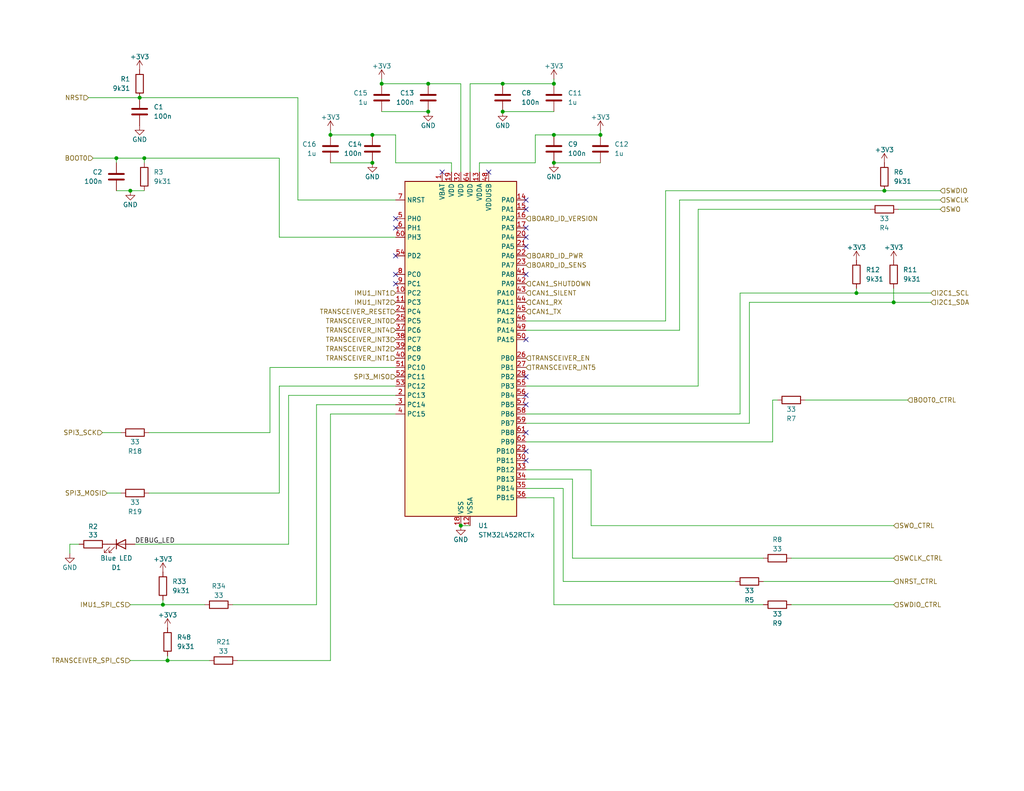
<source format=kicad_sch>
(kicad_sch (version 20231120) (generator "eeschema") (generator_version "8.0")
  (paper "USLetter")
  (title_block (title "Comms Board") (date "2025-02-12") (rev "${PCB_VERSION}") (company "TVSC"))
  (lib_symbols
    (symbol "Device:C" (pin_numbers hide) (pin_names (offset 0.254))
      (property "Reference" "C" (at 0.635 2.54 0))
      (property "Value" "C" (at 0.635 -2.54 0))
      (symbol "C_0_1"
        (polyline (pts (xy -2.032 -0.762) (xy 2.032 -0.762)) (stroke (width 0.508)))
        (polyline (pts (xy -2.032 0.762) (xy 2.032 0.762)) (stroke (width 0.508)))
      )
      (symbol "C_1_1"
        (pin passive line (at 0 3.81 270) (length 2.794) (name "~") (number "1"))
        (pin passive line (at 0 -3.81 90) (length 2.794) (name "~") (number "2"))
      )
    )
    (symbol "Device:LED" (pin_numbers hide) (pin_names (offset 1.016) hide)
      (property "Reference" "D" (at 0 2.54 0))
      (property "Value" "LED" (at 0 -2.54 0))
      (symbol "LED_0_1"
        (polyline (pts (xy -1.27 -1.27) (xy -1.27 1.27)) (stroke (width 0.254)))
        (polyline (pts (xy -1.27 0) (xy 1.27 0)))
        (polyline (pts (xy 1.27 -1.27) (xy 1.27 1.27) (xy -1.27 0) (xy 1.27 -1.27)) (stroke (width 0.254)))
        (polyline (pts (xy -3.048 -0.762) (xy -4.572 -2.286) (xy -3.81 -2.286) (xy -4.572 -2.286) (xy -4.572 -1.524)))
        (polyline (pts (xy -1.778 -0.762) (xy -3.302 -2.286) (xy -2.54 -2.286) (xy -3.302 -2.286) (xy -3.302 -1.524)))
      )
      (symbol "LED_1_1"
        (pin passive line (at -3.81 0 0) (length 2.54) (name "K") (number "1"))
        (pin passive line (at 3.81 0 180) (length 2.54) (name "A") (number "2"))
      )
    )
    (symbol "Device:R" (pin_numbers hide) (pin_names (offset 0))
      (property "Reference" "R" (at 2.032 0 90))
      (property "Value" "R" (at 0 0 90))
      (symbol "R_0_1"
        (rectangle (start -1.016 -2.54) (end 1.016 2.54) (stroke (width 0.254)))
      )
      (symbol "R_1_1"
        (pin passive line (at 0 3.81 270) (length 1.27) (name "~") (number "1"))
        (pin passive line (at 0 -3.81 90) (length 1.27) (name "~") (number "2"))
      )
    )
    (symbol "MCU_ST_STM32L4:STM32L452RCTx"
      (property "Reference" "U" (at -15.24 46.99 0))
      (property "Value" "STM32L452RCTx" (at 10.16 46.99 0))
      (symbol "STM32L452RCTx_0_1"
        (rectangle (start -15.24 -45.72) (end 15.24 45.72) (stroke (width 0.254)) (fill (type background)))
      )
      (symbol "STM32L452RCTx_1_1"
        (pin power_in line (at -5.08 48.26 270) (length 2.54) (name "VBAT") (number "1"))
        (pin bidirectional line (at -17.78 15.24 0) (length 2.54) (name "PC2") (number "10"))
        (pin bidirectional line (at -17.78 12.7 0) (length 2.54) (name "PC3") (number "11"))
        (pin power_in line (at 2.54 -48.26 90) (length 2.54) (name "VSSA") (number "12"))
        (pin power_in line (at 5.08 48.26 270) (length 2.54) (name "VDDA") (number "13"))
        (pin bidirectional line (at 17.78 40.64 180) (length 2.54) (name "PA0") (number "14"))
        (pin bidirectional line (at 17.78 38.1 180) (length 2.54) (name "PA1") (number "15"))
        (pin bidirectional line (at 17.78 35.56 180) (length 2.54) (name "PA2") (number "16"))
        (pin bidirectional line (at 17.78 33.02 180) (length 2.54) (name "PA3") (number "17"))
        (pin power_in line (at 0 -48.26 90) (length 2.54) (name "VSS") (number "18"))
        (pin power_in line (at -2.54 48.26 270) (length 2.54) (name "VDD") (number "19"))
        (pin bidirectional line (at -17.78 -12.7 0) (length 2.54) (name "PC13") (number "2"))
        (pin bidirectional line (at 17.78 30.48 180) (length 2.54) (name "PA4") (number "20"))
        (pin bidirectional line (at 17.78 27.94 180) (length 2.54) (name "PA5") (number "21"))
        (pin bidirectional line (at 17.78 25.4 180) (length 2.54) (name "PA6") (number "22"))
        (pin bidirectional line (at 17.78 22.86 180) (length 2.54) (name "PA7") (number "23"))
        (pin bidirectional line (at -17.78 10.16 0) (length 2.54) (name "PC4") (number "24"))
        (pin bidirectional line (at -17.78 7.62 0) (length 2.54) (name "PC5") (number "25"))
        (pin bidirectional line (at 17.78 -2.54 180) (length 2.54) (name "PB0") (number "26"))
        (pin bidirectional line (at 17.78 -5.08 180) (length 2.54) (name "PB1") (number "27"))
        (pin bidirectional line (at 17.78 -7.62 180) (length 2.54) (name "PB2") (number "28"))
        (pin bidirectional line (at 17.78 -27.94 180) (length 2.54) (name "PB10") (number "29"))
        (pin bidirectional line (at -17.78 -15.24 0) (length 2.54) (name "PC14") (number "3"))
        (pin bidirectional line (at 17.78 -30.48 180) (length 2.54) (name "PB11") (number "30"))
        (pin passive line (at 0 -48.26 90) (length 2.54) hide (name "VSS") (number "31"))
        (pin power_in line (at 0 48.26 270) (length 2.54) (name "VDD") (number "32"))
        (pin bidirectional line (at 17.78 -33.02 180) (length 2.54) (name "PB12") (number "33"))
        (pin bidirectional line (at 17.78 -35.56 180) (length 2.54) (name "PB13") (number "34"))
        (pin bidirectional line (at 17.78 -38.1 180) (length 2.54) (name "PB14") (number "35"))
        (pin bidirectional line (at 17.78 -40.64 180) (length 2.54) (name "PB15") (number "36"))
        (pin bidirectional line (at -17.78 5.08 0) (length 2.54) (name "PC6") (number "37"))
        (pin bidirectional line (at -17.78 2.54 0) (length 2.54) (name "PC7") (number "38"))
        (pin bidirectional line (at -17.78 0 0) (length 2.54) (name "PC8") (number "39"))
        (pin bidirectional line (at -17.78 -17.78 0) (length 2.54) (name "PC15") (number "4"))
        (pin bidirectional line (at -17.78 -2.54 0) (length 2.54) (name "PC9") (number "40"))
        (pin bidirectional line (at 17.78 20.32 180) (length 2.54) (name "PA8") (number "41"))
        (pin bidirectional line (at 17.78 17.78 180) (length 2.54) (name "PA9") (number "42"))
        (pin bidirectional line (at 17.78 15.24 180) (length 2.54) (name "PA10") (number "43"))
        (pin bidirectional line (at 17.78 12.7 180) (length 2.54) (name "PA11") (number "44"))
        (pin bidirectional line (at 17.78 10.16 180) (length 2.54) (name "PA12") (number "45"))
        (pin bidirectional line (at 17.78 7.62 180) (length 2.54) (name "PA13") (number "46"))
        (pin passive line (at 0 -48.26 90) (length 2.54) hide (name "VSS") (number "47"))
        (pin power_in line (at 7.62 48.26 270) (length 2.54) (name "VDDUSB") (number "48"))
        (pin bidirectional line (at 17.78 5.08 180) (length 2.54) (name "PA14") (number "49"))
        (pin bidirectional line (at -17.78 35.56 0) (length 2.54) (name "PH0") (number "5"))
        (pin bidirectional line (at 17.78 2.54 180) (length 2.54) (name "PA15") (number "50"))
        (pin bidirectional line (at -17.78 -5.08 0) (length 2.54) (name "PC10") (number "51"))
        (pin bidirectional line (at -17.78 -7.62 0) (length 2.54) (name "PC11") (number "52"))
        (pin bidirectional line (at -17.78 -10.16 0) (length 2.54) (name "PC12") (number "53"))
        (pin bidirectional line (at -17.78 25.4 0) (length 2.54) (name "PD2") (number "54"))
        (pin bidirectional line (at 17.78 -10.16 180) (length 2.54) (name "PB3") (number "55"))
        (pin bidirectional line (at 17.78 -12.7 180) (length 2.54) (name "PB4") (number "56"))
        (pin bidirectional line (at 17.78 -15.24 180) (length 2.54) (name "PB5") (number "57"))
        (pin bidirectional line (at 17.78 -17.78 180) (length 2.54) (name "PB6") (number "58"))
        (pin bidirectional line (at 17.78 -20.32 180) (length 2.54) (name "PB7") (number "59"))
        (pin bidirectional line (at -17.78 33.02 0) (length 2.54) (name "PH1") (number "6"))
        (pin bidirectional line (at -17.78 30.48 0) (length 2.54) (name "PH3") (number "60"))
        (pin bidirectional line (at 17.78 -22.86 180) (length 2.54) (name "PB8") (number "61"))
        (pin bidirectional line (at 17.78 -25.4 180) (length 2.54) (name "PB9") (number "62"))
        (pin passive line (at 0 -48.26 90) (length 2.54) hide (name "VSS") (number "63"))
        (pin power_in line (at 2.54 48.26 270) (length 2.54) (name "VDD") (number "64"))
        (pin input line (at -17.78 40.64 0) (length 2.54) (name "NRST") (number "7"))
        (pin bidirectional line (at -17.78 20.32 0) (length 2.54) (name "PC0") (number "8"))
        (pin bidirectional line (at -17.78 17.78 0) (length 2.54) (name "PC1") (number "9"))
      )
    )
    (symbol "power:+3V3" (power) (pin_numbers hide) (pin_names (offset 0) hide)
      (property "Value" "+3V3" (at 0 3.556 0))
      (symbol "+3V3_0_1"
        (polyline (pts (xy -0.762 1.27) (xy 0 2.54)))
        (polyline (pts (xy 0 0) (xy 0 2.54)))
        (polyline (pts (xy 0 2.54) (xy 0.762 1.27)))
      )
      (symbol "+3V3_1_1"
        (pin power_in line (at 0 0 90) (length 0) (name "~") (number "1"))
      )
    )
    (symbol "power:GND" (power) (pin_numbers hide) (pin_names (offset 0) hide)
      (property "Value" "GND" (at 0 -3.81 0))
      (symbol "GND_0_1"
        (polyline (pts (xy 0 0) (xy 0 -1.27) (xy 1.27 -1.27) (xy 0 -2.54) (xy -1.27 -1.27) (xy 0 -1.27)))
      )
      (symbol "GND_1_1"
        (pin power_in line (at 0 0 270) (length 0) (name "~") (number "1"))
      )
    )
  )
  (junction (at 101.6 44.45))
  (junction (at 31.75 43.18))
  (junction (at 233.68 80.01))
  (junction (at 104.14 22.86))
  (junction (at 44.45 165.1))
  (junction (at 39.37 43.18))
  (junction (at 125.73 143.51))
  (junction (at 243.84 82.55))
  (junction (at 151.13 22.86))
  (junction (at 45.72 180.34))
  (junction (at 137.16 22.86))
  (junction (at 116.84 22.86))
  (junction (at 241.3 52.07))
  (junction (at 35.56 52.07))
  (junction (at 151.13 44.45))
  (junction (at 116.84 30.48))
  (junction (at 101.6 36.83))
  (junction (at 38.1 26.67))
  (junction (at 137.16 30.48))
  (junction (at 90.17 36.83))
  (junction (at 163.83 36.83))
  (junction (at 151.13 36.83))
  (no_connect (at 133.35 46.99))
  (no_connect (at 143.51 102.87))
  (no_connect (at 143.51 110.49))
  (no_connect (at 143.51 92.71))
  (no_connect (at 143.51 67.31))
  (no_connect (at 143.51 54.61))
  (no_connect (at 143.51 64.77))
  (no_connect (at 107.95 62.23))
  (no_connect (at 143.51 107.95))
  (no_connect (at 107.95 59.69))
  (no_connect (at 143.51 74.93))
  (no_connect (at 143.51 57.15))
  (no_connect (at 120.65 46.99))
  (no_connect (at 143.51 123.19))
  (no_connect (at 107.95 77.47))
  (no_connect (at 143.51 62.23))
  (no_connect (at 107.95 74.93))
  (no_connect (at 143.51 125.73))
  (no_connect (at 143.51 118.11))
  (no_connect (at 107.95 69.85))
  (wire (pts (xy 76.2 64.77) (xy 107.95 64.77)))
  (wire (pts (xy 107.95 36.83) (xy 101.6 36.83)))
  (wire (pts (xy 104.14 21.59) (xy 104.14 22.86)))
  (wire (pts (xy 128.27 46.99) (xy 128.27 22.86)))
  (wire (pts (xy 35.56 165.1) (xy 44.45 165.1)))
  (wire (pts (xy 125.73 46.99) (xy 125.73 22.86)))
  (wire (pts (xy 151.13 165.1) (xy 208.28 165.1)))
  (wire (pts (xy 190.5 105.41) (xy 143.51 105.41)))
  (wire (pts (xy 163.83 36.83) (xy 151.13 36.83)))
  (wire (pts (xy 45.72 180.34) (xy 57.15 180.34)))
  (wire (pts (xy 185.42 54.61) (xy 256.54 54.61)))
  (wire (pts (xy 241.3 52.07) (xy 256.54 52.07)))
  (wire (pts (xy 143.51 120.65) (xy 210.82 120.65)))
  (wire (pts (xy 156.21 152.4) (xy 208.28 152.4)))
  (wire (pts (xy 107.95 36.83) (xy 107.95 44.45)))
  (wire (pts (xy 35.56 180.34) (xy 45.72 180.34)))
  (wire (pts (xy 190.5 57.15) (xy 190.5 105.41)))
  (wire (pts (xy 73.66 118.11) (xy 73.66 100.33)))
  (wire (pts (xy 185.42 54.61) (xy 185.42 90.17)))
  (wire (pts (xy 151.13 21.59) (xy 151.13 22.86)))
  (wire (pts (xy 201.93 113.03) (xy 143.51 113.03)))
  (wire (pts (xy 39.37 43.18) (xy 39.37 44.45)))
  (wire (pts (xy 107.95 44.45) (xy 123.19 44.45)))
  (wire (pts (xy 146.05 44.45) (xy 146.05 36.83)))
  (wire (pts (xy 254 80.01) (xy 233.68 80.01)))
  (wire (pts (xy 143.51 87.63) (xy 181.61 87.63)))
  (wire (pts (xy 210.82 120.65) (xy 210.82 109.22)))
  (wire (pts (xy 128.27 22.86) (xy 137.16 22.86)))
  (wire (pts (xy 78.74 148.59) (xy 36.83 148.59)))
  (wire (pts (xy 190.5 57.15) (xy 237.49 57.15)))
  (wire (pts (xy 125.73 143.51) (xy 128.27 143.51)))
  (wire (pts (xy 233.68 78.74) (xy 233.68 80.01)))
  (wire (pts (xy 27.94 118.11) (xy 33.02 118.11)))
  (wire (pts (xy 40.64 118.11) (xy 73.66 118.11)))
  (wire (pts (xy 243.84 165.1) (xy 215.9 165.1)))
  (wire (pts (xy 143.51 135.89) (xy 151.13 135.89)))
  (wire (pts (xy 137.16 22.86) (xy 151.13 22.86)))
  (wire (pts (xy 90.17 36.83) (xy 101.6 36.83)))
  (wire (pts (xy 104.14 22.86) (xy 116.84 22.86)))
  (wire (pts (xy 78.74 107.95) (xy 107.95 107.95)))
  (wire (pts (xy 86.36 110.49) (xy 107.95 110.49)))
  (wire (pts (xy 204.47 82.55) (xy 204.47 115.57)))
  (wire (pts (xy 143.51 130.81) (xy 156.21 130.81)))
  (wire (pts (xy 215.9 152.4) (xy 243.84 152.4)))
  (wire (pts (xy 163.83 35.56) (xy 163.83 36.83)))
  (wire (pts (xy 76.2 134.62) (xy 76.2 105.41)))
  (wire (pts (xy 243.84 82.55) (xy 243.84 78.74)))
  (wire (pts (xy 245.11 57.15) (xy 256.54 57.15)))
  (wire (pts (xy 151.13 135.89) (xy 151.13 165.1)))
  (wire (pts (xy 146.05 36.83) (xy 151.13 36.83)))
  (wire (pts (xy 35.56 52.07) (xy 39.37 52.07)))
  (wire (pts (xy 181.61 52.07) (xy 181.61 87.63)))
  (wire (pts (xy 19.05 148.59) (xy 19.05 151.13)))
  (wire (pts (xy 204.47 82.55) (xy 243.84 82.55)))
  (wire (pts (xy 90.17 35.56) (xy 90.17 36.83)))
  (wire (pts (xy 81.28 26.67) (xy 81.28 54.61)))
  (wire (pts (xy 31.75 44.45) (xy 31.75 43.18)))
  (wire (pts (xy 161.29 143.51) (xy 243.84 143.51)))
  (wire (pts (xy 90.17 180.34) (xy 90.17 113.03)))
  (wire (pts (xy 153.67 158.75) (xy 200.66 158.75)))
  (wire (pts (xy 29.21 134.62) (xy 33.02 134.62)))
  (wire (pts (xy 90.17 113.03) (xy 107.95 113.03)))
  (wire (pts (xy 31.75 52.07) (xy 35.56 52.07)))
  (wire (pts (xy 153.67 133.35) (xy 153.67 158.75)))
  (wire (pts (xy 44.45 165.1) (xy 55.88 165.1)))
  (wire (pts (xy 181.61 52.07) (xy 241.3 52.07)))
  (wire (pts (xy 101.6 44.45) (xy 90.17 44.45)))
  (wire (pts (xy 24.13 26.67) (xy 38.1 26.67)))
  (wire (pts (xy 137.16 30.48) (xy 151.13 30.48)))
  (wire (pts (xy 116.84 30.48) (xy 104.14 30.48)))
  (wire (pts (xy 19.05 148.59) (xy 21.59 148.59)))
  (wire (pts (xy 73.66 100.33) (xy 107.95 100.33)))
  (wire (pts (xy 81.28 54.61) (xy 107.95 54.61)))
  (wire (pts (xy 219.71 109.22) (xy 247.65 109.22)))
  (wire (pts (xy 161.29 128.27) (xy 143.51 128.27)))
  (wire (pts (xy 204.47 115.57) (xy 143.51 115.57)))
  (wire (pts (xy 25.4 43.18) (xy 31.75 43.18)))
  (wire (pts (xy 233.68 80.01) (xy 201.93 80.01)))
  (wire (pts (xy 45.72 179.07) (xy 45.72 180.34)))
  (wire (pts (xy 63.5 165.1) (xy 86.36 165.1)))
  (wire (pts (xy 81.28 26.67) (xy 38.1 26.67)))
  (wire (pts (xy 156.21 130.81) (xy 156.21 152.4)))
  (wire (pts (xy 130.81 44.45) (xy 146.05 44.45)))
  (wire (pts (xy 208.28 158.75) (xy 243.84 158.75)))
  (wire (pts (xy 161.29 143.51) (xy 161.29 128.27)))
  (wire (pts (xy 125.73 22.86) (xy 116.84 22.86)))
  (wire (pts (xy 130.81 44.45) (xy 130.81 46.99)))
  (wire (pts (xy 143.51 90.17) (xy 185.42 90.17)))
  (wire (pts (xy 40.64 134.62) (xy 76.2 134.62)))
  (wire (pts (xy 64.77 180.34) (xy 90.17 180.34)))
  (wire (pts (xy 76.2 43.18) (xy 76.2 64.77)))
  (wire (pts (xy 44.45 163.83) (xy 44.45 165.1)))
  (wire (pts (xy 254 82.55) (xy 243.84 82.55)))
  (wire (pts (xy 76.2 105.41) (xy 107.95 105.41)))
  (wire (pts (xy 78.74 107.95) (xy 78.74 148.59)))
  (wire (pts (xy 143.51 133.35) (xy 153.67 133.35)))
  (wire (pts (xy 86.36 165.1) (xy 86.36 110.49)))
  (wire (pts (xy 201.93 80.01) (xy 201.93 113.03)))
  (wire (pts (xy 210.82 109.22) (xy 212.09 109.22)))
  (wire (pts (xy 31.75 43.18) (xy 39.37 43.18)))
  (wire (pts (xy 39.37 43.18) (xy 76.2 43.18)))
  (wire (pts (xy 151.13 44.45) (xy 163.83 44.45)))
  (wire (pts (xy 123.19 44.45) (xy 123.19 46.99)))
  (label "DEBUG_LED" (at 36.83 148.59 0))
  (hierarchical_label "TRANSCEIVER_INT2" (shape input) (at 107.95 95.25 180))
  (hierarchical_label "I2C1_SDA" (shape input) (at 254 82.55 0))
  (hierarchical_label "NRST_CTRL" (shape input) (at 243.84 158.75 0))
  (hierarchical_label "I2C1_SCL" (shape input) (at 254 80.01 0))
  (hierarchical_label "SWDIO_CTRL" (shape input) (at 243.84 165.1 0))
  (hierarchical_label "SWCLK" (shape input) (at 256.54 54.61 0))
  (hierarchical_label "IMU1_INT1" (shape input) (at 107.95 80.01 180))
  (hierarchical_label "SWO_CTRL" (shape input) (at 243.84 143.51 0))
  (hierarchical_label "BOOT0" (shape input) (at 25.4 43.18 180))
  (hierarchical_label "IMU1_SPI_CS" (shape input) (at 35.56 165.1 180))
  (hierarchical_label "SPI3_MISO" (shape input) (at 107.95 102.87 180))
  (hierarchical_label "SWO" (shape input) (at 256.54 57.15 0))
  (hierarchical_label "TRANSCEIVER_EN" (shape input) (at 143.51 97.79 0))
  (hierarchical_label "CAN1_SHUTDOWN" (shape input) (at 143.51 77.47 0))
  (hierarchical_label "TRANSCEIVER_INT0" (shape input) (at 107.95 87.63 180))
  (hierarchical_label "CAN1_TX" (shape input) (at 143.51 85.09 0))
  (hierarchical_label "BOARD_ID_SENS" (shape input) (at 143.51 72.39 0))
  (hierarchical_label "IMU1_INT2" (shape input) (at 107.95 82.55 180))
  (hierarchical_label "CAN1_RX" (shape input) (at 143.51 82.55 0))
  (hierarchical_label "BOARD_ID_PWR" (shape input) (at 143.51 69.85 0))
  (hierarchical_label "SWDIO" (shape input) (at 256.54 52.07 0))
  (hierarchical_label "BOARD_ID_VERSION" (shape input) (at 143.51 59.69 0))
  (hierarchical_label "BOOT0_CTRL" (shape input) (at 247.65 109.22 0))
  (hierarchical_label "TRANSCEIVER_RESET" (shape input) (at 107.95 85.09 180))
  (hierarchical_label "SPI3_SCK" (shape input) (at 27.94 118.11 180))
  (hierarchical_label "CAN1_SILENT" (shape input) (at 143.51 80.01 0))
  (hierarchical_label "TRANSCEIVER_INT4" (shape input) (at 107.95 90.17 180))
  (hierarchical_label "SWCLK_CTRL" (shape input) (at 243.84 152.4 0))
  (hierarchical_label "TRANSCEIVER_INT1" (shape input) (at 107.95 97.79 180))
  (hierarchical_label "TRANSCEIVER_INT3" (shape input) (at 107.95 92.71 180))
  (hierarchical_label "TRANSCEIVER_SPI_CS" (shape input) (at 35.56 180.34 180))
  (hierarchical_label "SPI3_MOSI" (shape input) (at 29.21 134.62 180))
  (hierarchical_label "NRST" (shape input) (at 24.13 26.67 180))
  (hierarchical_label "TRANSCEIVER_INT5" (shape input) (at 143.51 100.33 0))
  (symbol (lib_id "Device:R") (at 38.1 22.86 0) (mirror y) (unit 1)
    (property "Reference" "R1" (at 35.56 21.59 0) (effects (justify left)))
    (property "Value" "9k31" (at 35.56 24.13 0) (effects (justify left)))
    (property "Footprint" "footprints:Nondescript_R_0402_1005Metric" (effects (hide yes)))
    (property "Description" "Resistor" (effects (hide yes)))
    (property "MPN" "C270572" (effects (hide yes)))
    (property "Manufacturer" "UNI-ROYAL(Uniroyal Elec)" (effects (hide yes)))
    (property "Manufacturer Part Number" "0402WGF9311TCE" (effects (hide yes)))
    (property "Active" "Y" (effects (hide yes)))
    (property "Basic or Extended Component" "Basic" (effects (hide yes)))
  )
  (symbol (lib_id "power:+3V3") (at 90.17 35.56 0) (unit 1)
    (property "Reference" "#PWR31" (effects (hide yes)))
    (property "Value" "+3V3" (at 90.17 32.004 0))
    (property "Description" "Power symbol creates a global label with name \"+3V3\"" (effects (hide yes)))
  )
  (symbol (lib_id "Device:R") (at 36.83 118.11 90) (mirror x) (unit 1)
    (property "Reference" "R18" (at 36.83 123.19 90))
    (property "Value" "33" (at 36.83 120.65 90))
    (property "Footprint" "footprints:Nondescript_R_0402_1005Metric" (effects (hide yes)))
    (property "Description" "Resistor" (effects (hide yes)))
    (property "Active" "Y" (effects (hide yes)))
    (property "Basic or Extended Component" "Basic" (effects (hide yes)))
    (property "MPN" "C25105" (effects (hide yes)))
    (property "Manufacturer" "UNI-ROYAL(Uniroyal Elec)" (effects (hide yes)))
    (property "Manufacturer Part Number" "0402WGF330JTCE" (effects (hide yes)))
  )
  (symbol (lib_id "Device:R") (at 233.68 74.93 0) (unit 1)
    (property "Reference" "R12" (at 236.22 73.66 0) (effects (justify left)))
    (property "Value" "9k31" (at 236.22 76.2 0) (effects (justify left)))
    (property "Footprint" "footprints:Nondescript_R_0402_1005Metric" (effects (hide yes)))
    (property "Description" "Resistor" (effects (hide yes)))
    (property "MPN" "C270572" (effects (hide yes)))
    (property "Manufacturer" "UNI-ROYAL(Uniroyal Elec)" (effects (hide yes)))
    (property "Manufacturer Part Number" "0402WGF9311TCE" (effects (hide yes)))
    (property "Active" "Y" (effects (hide yes)))
    (property "Basic or Extended Component" "Basic" (effects (hide yes)))
  )
  (symbol (lib_id "Device:R") (at 212.09 152.4 90) (mirror x) (unit 1)
    (property "Reference" "R8" (at 212.09 147.32 90))
    (property "Value" "33" (at 212.09 149.86 90))
    (property "Footprint" "footprints:Nondescript_R_0402_1005Metric" (effects (hide yes)))
    (property "Description" "Resistor" (effects (hide yes)))
    (property "Active" "Y" (effects (hide yes)))
    (property "Basic or Extended Component" "Basic" (effects (hide yes)))
    (property "MPN" "C25105" (effects (hide yes)))
    (property "Manufacturer" "UNI-ROYAL(Uniroyal Elec)" (effects (hide yes)))
    (property "Manufacturer Part Number" "0402WGF330JTCE" (effects (hide yes)))
  )
  (symbol (lib_id "Device:C") (at 163.83 40.64 0) (unit 1)
    (property "Reference" "C12" (at 167.64 39.37 0) (effects (justify left)))
    (property "Value" "1u" (at 167.64 41.91 0) (effects (justify left)))
    (property "Footprint" "footprints:Nondescript_C_0402_1005Metric" (effects (hide yes)))
    (property "Description" "Unpolarized capacitor" (effects (hide yes)))
    (property "Active" "Y" (effects (hide yes)))
    (property "MPN" "C52923" (effects (hide yes)))
    (property "Manufacturer" "Samsung Electro-Mechanics" (effects (hide yes)))
    (property "Manufacturer Part Number" "CL05A105KA5NQNC" (effects (hide yes)))
    (property "Basic or Extended Component" "Basic" (effects (hide yes)))
  )
  (symbol (lib_id "Device:C") (at 116.84 26.67 0) (mirror y) (unit 1)
    (property "Reference" "C13" (at 113.03 25.4 0) (effects (justify left)))
    (property "Value" "100n" (at 113.03 27.94 0) (effects (justify left)))
    (property "Footprint" "footprints:Nondescript_C_0402_1005Metric" (effects (hide yes)))
    (property "Description" "Unpolarized capacitor" (effects (hide yes)))
    (property "Active" "Y" (effects (hide yes)))
    (property "MPN" "C1525" (effects (hide yes)))
    (property "Manufacturer" "Samsung Electro-Mechanics" (effects (hide yes)))
    (property "Manufacturer Part Number" "CL05B104KO5NNNC" (effects (hide yes)))
    (property "Basic or Extended Component" "Basic" (effects (hide yes)))
  )
  (symbol (lib_id "power:GND") (at 19.05 151.13 0) (unit 1)
    (property "Reference" "#PWR3" (effects (hide yes)))
    (property "Value" "GND" (at 19.05 154.94 0))
    (property "Description" "Power symbol creates a global label with name \"GND\" , ground" (effects (hide yes)))
  )
  (symbol (lib_id "Device:R") (at 36.83 134.62 90) (mirror x) (unit 1)
    (property "Reference" "R19" (at 36.83 139.7 90))
    (property "Value" "33" (at 36.83 137.16 90))
    (property "Footprint" "footprints:Nondescript_R_0402_1005Metric" (effects (hide yes)))
    (property "Description" "Resistor" (effects (hide yes)))
    (property "Active" "Y" (effects (hide yes)))
    (property "Basic or Extended Component" "Basic" (effects (hide yes)))
    (property "MPN" "C25105" (effects (hide yes)))
    (property "Manufacturer" "UNI-ROYAL(Uniroyal Elec)" (effects (hide yes)))
    (property "Manufacturer Part Number" "0402WGF330JTCE" (effects (hide yes)))
  )
  (symbol (lib_id "power:+3V3") (at 241.3 44.45 0) (unit 1)
    (property "Reference" "#PWR7" (effects (hide yes)))
    (property "Value" "+3V3" (at 241.3 40.894 0))
    (property "Description" "Power symbol creates a global label with name \"+3V3\"" (effects (hide yes)))
  )
  (symbol (lib_id "power:+3V3") (at 45.72 171.45 0) (mirror y) (unit 1)
    (property "Reference" "#PWR51" (effects (hide yes)))
    (property "Value" "+3V3" (at 45.72 167.894 0))
    (property "Description" "Power symbol creates a global label with name \"+3V3\"" (effects (hide yes)))
  )
  (symbol (lib_id "power:+3V3") (at 44.45 156.21 0) (mirror y) (unit 1)
    (property "Reference" "#PWR62" (effects (hide yes)))
    (property "Value" "+3V3" (at 44.45 152.654 0))
    (property "Description" "Power symbol creates a global label with name \"+3V3\"" (effects (hide yes)))
  )
  (symbol (lib_id "power:+3V3") (at 163.83 35.56 0) (unit 1)
    (property "Reference" "#PWR27" (effects (hide yes)))
    (property "Value" "+3V3" (at 163.83 32.004 0))
    (property "Description" "Power symbol creates a global label with name \"+3V3\"" (effects (hide yes)))
  )
  (symbol (lib_id "MCU_ST_STM32L4:STM32L452RCTx") (at 125.73 95.25 0) (unit 1)
    (property "Reference" "U1" (at 130.4641 143.51 0) (effects (justify left)))
    (property "Value" "STM32L452RCTx" (at 130.4641 146.05 0) (effects (justify left)))
    (property "Footprint" "Package_QFP:LQFP-64_10x10mm_P0.5mm" (effects (hide yes)))
    (property "Datasheet" "https://www.st.com/resource/en/datasheet/stm32l452rc.pdf" (effects (hide yes)))
    (property "Description" "STMicroelectronics Arm Cortex-M4 MCU, 256KB flash, 160KB RAM, 80 MHz, 1.71-3.6V, 52 GPIO, LQFP64" (effects (hide yes)))
    (property "MPN" "C192722" (effects (hide yes)))
    (property "Manufacturer" "STMicroelectronics" (effects (hide yes)))
    (property "Manufacturer Part Number" "STM32L452RCT6" (effects (hide yes)))
    (property "Active" "Y" (effects (hide yes)))
    (property "Basic or Extended Component" "Extended" (effects (hide yes)))
  )
  (symbol (lib_id "Device:C") (at 151.13 26.67 0) (unit 1)
    (property "Reference" "C11" (at 154.94 25.4 0) (effects (justify left)))
    (property "Value" "1u" (at 154.94 27.94 0) (effects (justify left)))
    (property "Footprint" "footprints:Nondescript_C_0402_1005Metric" (effects (hide yes)))
    (property "Description" "Unpolarized capacitor" (effects (hide yes)))
    (property "Active" "Y" (effects (hide yes)))
    (property "MPN" "C52923" (effects (hide yes)))
    (property "Manufacturer" "Samsung Electro-Mechanics" (effects (hide yes)))
    (property "Manufacturer Part Number" "CL05A105KA5NQNC" (effects (hide yes)))
    (property "Basic or Extended Component" "Basic" (effects (hide yes)))
  )
  (symbol (lib_id "Device:R") (at 243.84 74.93 0) (unit 1)
    (property "Reference" "R11" (at 246.38 73.66 0) (effects (justify left)))
    (property "Value" "9k31" (at 246.38 76.2 0) (effects (justify left)))
    (property "Footprint" "footprints:Nondescript_R_0402_1005Metric" (effects (hide yes)))
    (property "Description" "Resistor" (effects (hide yes)))
    (property "MPN" "C270572" (effects (hide yes)))
    (property "Manufacturer" "UNI-ROYAL(Uniroyal Elec)" (effects (hide yes)))
    (property "Manufacturer Part Number" "0402WGF9311TCE" (effects (hide yes)))
    (property "Active" "Y" (effects (hide yes)))
    (property "Basic or Extended Component" "Basic" (effects (hide yes)))
  )
  (symbol (lib_id "Device:R") (at 215.9 109.22 90) (mirror x) (unit 1)
    (property "Reference" "R7" (at 215.9 114.3 90))
    (property "Value" "33" (at 215.9 111.76 90))
    (property "Footprint" "footprints:Nondescript_R_0402_1005Metric" (effects (hide yes)))
    (property "Description" "Resistor" (effects (hide yes)))
    (property "Active" "Y" (effects (hide yes)))
    (property "Basic or Extended Component" "Basic" (effects (hide yes)))
    (property "MPN" "C25105" (effects (hide yes)))
    (property "Manufacturer" "UNI-ROYAL(Uniroyal Elec)" (effects (hide yes)))
    (property "Manufacturer Part Number" "0402WGF330JTCE" (effects (hide yes)))
  )
  (symbol (lib_id "power:GND") (at 101.6 44.45 0) (unit 1)
    (property "Reference" "#PWR32" (effects (hide yes)))
    (property "Value" "GND" (at 101.6 48.26 0))
    (property "Description" "Power symbol creates a global label with name \"GND\" , ground" (effects (hide yes)))
  )
  (symbol (lib_id "Device:R") (at 59.69 165.1 90) (unit 1)
    (property "Reference" "R34" (at 59.69 160.02 90))
    (property "Value" "33" (at 59.69 162.56 90))
    (property "Footprint" "footprints:Nondescript_R_0402_1005Metric" (effects (hide yes)))
    (property "Description" "Resistor" (effects (hide yes)))
    (property "Active" "Y" (effects (hide yes)))
    (property "Basic or Extended Component" "Basic" (effects (hide yes)))
    (property "MPN" "C25105" (effects (hide yes)))
    (property "Manufacturer" "UNI-ROYAL(Uniroyal Elec)" (effects (hide yes)))
    (property "Manufacturer Part Number" "0402WGF330JTCE" (effects (hide yes)))
  )
  (symbol (lib_id "Device:R") (at 204.47 158.75 90) (mirror x) (unit 1)
    (property "Reference" "R5" (at 204.47 163.83 90))
    (property "Value" "33" (at 204.47 161.29 90))
    (property "Footprint" "footprints:Nondescript_R_0402_1005Metric" (effects (hide yes)))
    (property "Description" "Resistor" (effects (hide yes)))
    (property "Active" "Y" (effects (hide yes)))
    (property "Basic or Extended Component" "Basic" (effects (hide yes)))
    (property "MPN" "C25105" (effects (hide yes)))
    (property "Manufacturer" "UNI-ROYAL(Uniroyal Elec)" (effects (hide yes)))
    (property "Manufacturer Part Number" "0402WGF330JTCE" (effects (hide yes)))
  )
  (symbol (lib_id "power:GND") (at 151.13 44.45 0) (unit 1)
    (property "Reference" "#PWR28" (effects (hide yes)))
    (property "Value" "GND" (at 151.13 48.26 0))
    (property "Description" "Power symbol creates a global label with name \"GND\" , ground" (effects (hide yes)))
  )
  (symbol (lib_id "power:GND") (at 137.16 30.48 0) (unit 1)
    (property "Reference" "#PWR26" (effects (hide yes)))
    (property "Value" "GND" (at 137.16 34.29 0))
    (property "Description" "Power symbol creates a global label with name \"GND\" , ground" (effects (hide yes)))
  )
  (symbol (lib_id "Device:C") (at 104.14 26.67 0) (mirror y) (unit 1)
    (property "Reference" "C15" (at 100.33 25.4 0) (effects (justify left)))
    (property "Value" "1u" (at 100.33 27.94 0) (effects (justify left)))
    (property "Footprint" "footprints:Nondescript_C_0402_1005Metric" (effects (hide yes)))
    (property "Description" "Unpolarized capacitor" (effects (hide yes)))
    (property "Active" "Y" (effects (hide yes)))
    (property "MPN" "C52923" (effects (hide yes)))
    (property "Manufacturer" "Samsung Electro-Mechanics" (effects (hide yes)))
    (property "Manufacturer Part Number" "CL05A105KA5NQNC" (effects (hide yes)))
    (property "Basic or Extended Component" "Basic" (effects (hide yes)))
  )
  (symbol (lib_id "power:GND") (at 38.1 34.29 0) (unit 1)
    (property "Reference" "#PWR2" (effects (hide yes)))
    (property "Value" "GND" (at 38.1 38.1 0))
    (property "Description" "Power symbol creates a global label with name \"GND\" , ground" (effects (hide yes)))
  )
  (symbol (lib_id "power:+3V3") (at 243.84 71.12 0) (unit 1)
    (property "Reference" "#PWR13" (effects (hide yes)))
    (property "Value" "+3V3" (at 243.84 67.564 0))
    (property "Description" "Power symbol creates a global label with name \"+3V3\"" (effects (hide yes)))
  )
  (symbol (lib_id "power:+3V3") (at 104.14 21.59 0) (mirror y) (unit 1)
    (property "Reference" "#PWR29" (effects (hide yes)))
    (property "Value" "+3V3" (at 104.14 18.034 0))
    (property "Description" "Power symbol creates a global label with name \"+3V3\"" (effects (hide yes)))
  )
  (symbol (lib_id "power:+3V3") (at 233.68 71.12 0) (unit 1)
    (property "Reference" "#PWR38" (effects (hide yes)))
    (property "Value" "+3V3" (at 233.68 67.564 0))
    (property "Description" "Power symbol creates a global label with name \"+3V3\"" (effects (hide yes)))
  )
  (symbol (lib_id "Device:R") (at 44.45 160.02 0) (unit 1)
    (property "Reference" "R33" (at 46.99 158.75 0) (effects (justify left)))
    (property "Value" "9k31" (at 46.99 161.29 0) (effects (justify left)))
    (property "Footprint" "footprints:Nondescript_R_0402_1005Metric" (effects (hide yes)))
    (property "Description" "Resistor" (effects (hide yes)))
    (property "MPN" "C270572" (effects (hide yes)))
    (property "Manufacturer" "UNI-ROYAL(Uniroyal Elec)" (effects (hide yes)))
    (property "Manufacturer Part Number" "0402WGF9311TCE" (effects (hide yes)))
    (property "Active" "Y" (effects (hide yes)))
    (property "Basic or Extended Component" "Basic" (effects (hide yes)))
  )
  (symbol (lib_id "Device:R") (at 241.3 57.15 90) (mirror x) (unit 1)
    (property "Reference" "R4" (at 241.3 62.23 90))
    (property "Value" "33" (at 241.3 59.69 90))
    (property "Footprint" "footprints:Nondescript_R_0402_1005Metric" (effects (hide yes)))
    (property "Description" "Resistor" (effects (hide yes)))
    (property "Active" "Y" (effects (hide yes)))
    (property "Basic or Extended Component" "Basic" (effects (hide yes)))
    (property "MPN" "C25105" (effects (hide yes)))
    (property "Manufacturer" "UNI-ROYAL(Uniroyal Elec)" (effects (hide yes)))
    (property "Manufacturer Part Number" "0402WGF330JTCE" (effects (hide yes)))
  )
  (symbol (lib_id "Device:R") (at 39.37 48.26 0) (unit 1)
    (property "Reference" "R3" (at 41.91 46.99 0) (effects (justify left)))
    (property "Value" "9k31" (at 41.91 49.53 0) (effects (justify left)))
    (property "Footprint" "footprints:Nondescript_R_0402_1005Metric" (effects (hide yes)))
    (property "Description" "Resistor" (effects (hide yes)))
    (property "MPN" "C270572" (effects (hide yes)))
    (property "Manufacturer" "UNI-ROYAL(Uniroyal Elec)" (effects (hide yes)))
    (property "Manufacturer Part Number" "0402WGF9311TCE" (effects (hide yes)))
    (property "Active" "Y" (effects (hide yes)))
    (property "Basic or Extended Component" "Basic" (effects (hide yes)))
  )
  (symbol (lib_id "power:+3V3") (at 38.1 19.05 0) (unit 1)
    (property "Reference" "#PWR1" (effects (hide yes)))
    (property "Value" "+3V3" (at 38.1 15.494 0))
    (property "Description" "Power symbol creates a global label with name \"+3V3\"" (effects (hide yes)))
  )
  (symbol (lib_id "Device:R") (at 25.4 148.59 270) (mirror x) (unit 1)
    (property "Reference" "R2" (at 25.4 143.764 90))
    (property "Value" "33" (at 25.4 146.05 90))
    (property "Footprint" "footprints:Nondescript_R_0402_1005Metric" (effects (hide yes)))
    (property "Description" "Resistor" (effects (hide yes)))
    (property "MPN" "C25105" (effects (hide yes)))
    (property "Manufacturer" "UNI-ROYAL(Uniroyal Elec)" (effects (hide yes)))
    (property "Manufacturer Part Number" "0402WGF330JTCE" (effects (hide yes)))
    (property "Active" "Y" (effects (hide yes)))
    (property "Basic or Extended Component" "Basic" (effects (hide yes)))
  )
  (symbol (lib_id "power:GND") (at 125.73 143.51 0) (unit 1)
    (property "Reference" "#PWR6" (effects (hide yes)))
    (property "Value" "GND" (at 125.73 147.32 0))
    (property "Description" "Power symbol creates a global label with name \"GND\" , ground" (effects (hide yes)))
  )
  (symbol (lib_id "Device:R") (at 45.72 175.26 0) (unit 1)
    (property "Reference" "R48" (at 48.26 173.99 0) (effects (justify left)))
    (property "Value" "9k31" (at 48.26 176.53 0) (effects (justify left)))
    (property "Footprint" "footprints:Nondescript_R_0402_1005Metric" (effects (hide yes)))
    (property "Description" "Resistor" (effects (hide yes)))
    (property "MPN" "C270572" (effects (hide yes)))
    (property "Manufacturer" "UNI-ROYAL(Uniroyal Elec)" (effects (hide yes)))
    (property "Manufacturer Part Number" "0402WGF9311TCE" (effects (hide yes)))
    (property "Active" "Y" (effects (hide yes)))
    (property "Basic or Extended Component" "Basic" (effects (hide yes)))
  )
  (symbol (lib_id "Device:C") (at 38.1 30.48 0) (unit 1)
    (property "Reference" "C1" (at 41.91 29.21 0) (effects (justify left)))
    (property "Value" "100n" (at 41.91 31.75 0) (effects (justify left)))
    (property "Footprint" "footprints:Nondescript_C_0402_1005Metric" (effects (hide yes)))
    (property "Description" "Unpolarized capacitor" (effects (hide yes)))
    (property "Active" "Y" (effects (hide yes)))
    (property "MPN" "C1525" (effects (hide yes)))
    (property "Manufacturer" "Samsung Electro-Mechanics" (effects (hide yes)))
    (property "Manufacturer Part Number" "CL05B104KO5NNNC" (effects (hide yes)))
    (property "Basic or Extended Component" "Basic" (effects (hide yes)))
  )
  (symbol (lib_id "Device:LED") (at 33.02 148.59 0) (unit 1)
    (property "Reference" "D1" (at 31.75 154.94 0))
    (property "Value" "Blue LED" (at 31.75 152.4 0))
    (property "Footprint" "LED_SMD:LED_0603_1608Metric" (effects (hide yes)))
    (property "Description" "Light emitting diode" (effects (hide yes)))
    (property "Active" "Y" (effects (hide yes)))
    (property "MPN" "C72041" (effects (hide yes)))
    (property "Manufacturer" "Everlight Elec" (effects (hide yes)))
    (property "Manufacturer Part Number" "19-217/BHC-ZL1M2RY/3T" (effects (hide yes)))
    (property "Purpose" "+3.3V Power Indicator" (effects (hide yes)))
    (property "Basic or Extended Component" "Extended" (effects (hide yes)))
  )
  (symbol (lib_id "Device:C") (at 101.6 40.64 0) (mirror y) (unit 1)
    (property "Reference" "C14" (at 98.806 39.37 0) (effects (justify left)))
    (property "Value" "100n" (at 98.806 41.91 0) (effects (justify left)))
    (property "Footprint" "footprints:Nondescript_C_0402_1005Metric" (effects (hide yes)))
    (property "Description" "Unpolarized capacitor" (effects (hide yes)))
    (property "Active" "Y" (effects (hide yes)))
    (property "MPN" "C1525" (effects (hide yes)))
    (property "Manufacturer" "Samsung Electro-Mechanics" (effects (hide yes)))
    (property "Manufacturer Part Number" "CL05B104KO5NNNC" (effects (hide yes)))
    (property "Basic or Extended Component" "Basic" (effects (hide yes)))
  )
  (symbol (lib_id "Device:C") (at 31.75 48.26 0) (mirror y) (unit 1)
    (property "Reference" "C2" (at 27.94 46.99 0) (effects (justify left)))
    (property "Value" "100n" (at 27.94 49.53 0) (effects (justify left)))
    (property "Footprint" "footprints:Nondescript_C_0402_1005Metric" (effects (hide yes)))
    (property "Description" "Unpolarized capacitor" (effects (hide yes)))
    (property "Active" "Y" (effects (hide yes)))
    (property "MPN" "C1525" (effects (hide yes)))
    (property "Manufacturer" "Samsung Electro-Mechanics" (effects (hide yes)))
    (property "Manufacturer Part Number" "CL05B104KO5NNNC" (effects (hide yes)))
    (property "Basic or Extended Component" "Basic" (effects (hide yes)))
  )
  (symbol (lib_id "Device:R") (at 241.3 48.26 0) (unit 1)
    (property "Reference" "R6" (at 243.84 46.99 0) (effects (justify left)))
    (property "Value" "9k31" (at 243.84 49.53 0) (effects (justify left)))
    (property "Footprint" "footprints:Nondescript_R_0402_1005Metric" (effects (hide yes)))
    (property "Description" "Resistor" (effects (hide yes)))
    (property "MPN" "C270572" (effects (hide yes)))
    (property "Manufacturer" "UNI-ROYAL(Uniroyal Elec)" (effects (hide yes)))
    (property "Manufacturer Part Number" "0402WGF9311TCE" (effects (hide yes)))
    (property "Active" "Y" (effects (hide yes)))
    (property "Basic or Extended Component" "Basic" (effects (hide yes)))
  )
  (symbol (lib_id "Device:C") (at 90.17 40.64 0) (mirror y) (unit 1)
    (property "Reference" "C16" (at 86.36 39.37 0) (effects (justify left)))
    (property "Value" "1u" (at 86.36 41.91 0) (effects (justify left)))
    (property "Footprint" "footprints:Nondescript_C_0402_1005Metric" (effects (hide yes)))
    (property "Description" "Unpolarized capacitor" (effects (hide yes)))
    (property "Active" "Y" (effects (hide yes)))
    (property "MPN" "C52923" (effects (hide yes)))
    (property "Manufacturer" "Samsung Electro-Mechanics" (effects (hide yes)))
    (property "Manufacturer Part Number" "CL05A105KA5NQNC" (effects (hide yes)))
    (property "Basic or Extended Component" "Basic" (effects (hide yes)))
  )
  (symbol (lib_id "Device:C") (at 151.13 40.64 0) (unit 1)
    (property "Reference" "C9" (at 154.94 39.37 0) (effects (justify left)))
    (property "Value" "100n" (at 154.94 41.91 0) (effects (justify left)))
    (property "Footprint" "footprints:Nondescript_C_0402_1005Metric" (effects (hide yes)))
    (property "Description" "Unpolarized capacitor" (effects (hide yes)))
    (property "Active" "Y" (effects (hide yes)))
    (property "MPN" "C1525" (effects (hide yes)))
    (property "Manufacturer" "Samsung Electro-Mechanics" (effects (hide yes)))
    (property "Manufacturer Part Number" "CL05B104KO5NNNC" (effects (hide yes)))
    (property "Basic or Extended Component" "Basic" (effects (hide yes)))
  )
  (symbol (lib_id "Device:C") (at 137.16 26.67 0) (unit 1)
    (property "Reference" "C8" (at 142.24 25.4 0) (effects (justify left)))
    (property "Value" "100n" (at 142.24 27.94 0) (effects (justify left)))
    (property "Footprint" "footprints:Nondescript_C_0402_1005Metric" (effects (hide yes)))
    (property "Description" "Unpolarized capacitor" (effects (hide yes)))
    (property "Active" "Y" (effects (hide yes)))
    (property "MPN" "C1525" (effects (hide yes)))
    (property "Manufacturer" "Samsung Electro-Mechanics" (effects (hide yes)))
    (property "Manufacturer Part Number" "CL05B104KO5NNNC" (effects (hide yes)))
    (property "Basic or Extended Component" "Basic" (effects (hide yes)))
  )
  (symbol (lib_id "Device:R") (at 60.96 180.34 90) (unit 1)
    (property "Reference" "R21" (at 60.96 175.26 90))
    (property "Value" "33" (at 60.96 177.8 90))
    (property "Footprint" "footprints:Nondescript_R_0402_1005Metric" (effects (hide yes)))
    (property "Description" "Resistor" (effects (hide yes)))
    (property "Active" "Y" (effects (hide yes)))
    (property "Basic or Extended Component" "Basic" (effects (hide yes)))
    (property "MPN" "C25105" (effects (hide yes)))
    (property "Manufacturer" "UNI-ROYAL(Uniroyal Elec)" (effects (hide yes)))
    (property "Manufacturer Part Number" "0402WGF330JTCE" (effects (hide yes)))
  )
  (symbol (lib_id "power:GND") (at 35.56 52.07 0) (unit 1)
    (property "Reference" "#PWR4" (effects (hide yes)))
    (property "Value" "GND" (at 35.56 55.88 0))
    (property "Description" "Power symbol creates a global label with name \"GND\" , ground" (effects (hide yes)))
  )
  (symbol (lib_id "power:+3V3") (at 151.13 21.59 0) (unit 1)
    (property "Reference" "#PWR24" (effects (hide yes)))
    (property "Value" "+3V3" (at 151.13 18.034 0))
    (property "Description" "Power symbol creates a global label with name \"+3V3\"" (effects (hide yes)))
  )
  (symbol (lib_id "power:GND") (at 116.84 30.48 0) (mirror y) (unit 1)
    (property "Reference" "#PWR30" (effects (hide yes)))
    (property "Value" "GND" (at 116.84 34.29 0))
    (property "Description" "Power symbol creates a global label with name \"GND\" , ground" (effects (hide yes)))
  )
  (symbol (lib_id "Device:R") (at 212.09 165.1 90) (mirror x) (unit 1)
    (property "Reference" "R9" (at 212.09 170.18 90))
    (property "Value" "33" (at 212.09 167.64 90))
    (property "Footprint" "footprints:Nondescript_R_0402_1005Metric" (effects (hide yes)))
    (property "Description" "Resistor" (effects (hide yes)))
    (property "Active" "Y" (effects (hide yes)))
    (property "Basic or Extended Component" "Basic" (effects (hide yes)))
    (property "MPN" "C25105" (effects (hide yes)))
    (property "Manufacturer" "UNI-ROYAL(Uniroyal Elec)" (effects (hide yes)))
    (property "Manufacturer Part Number" "0402WGF330JTCE" (effects (hide yes)))
  )
)
</source>
